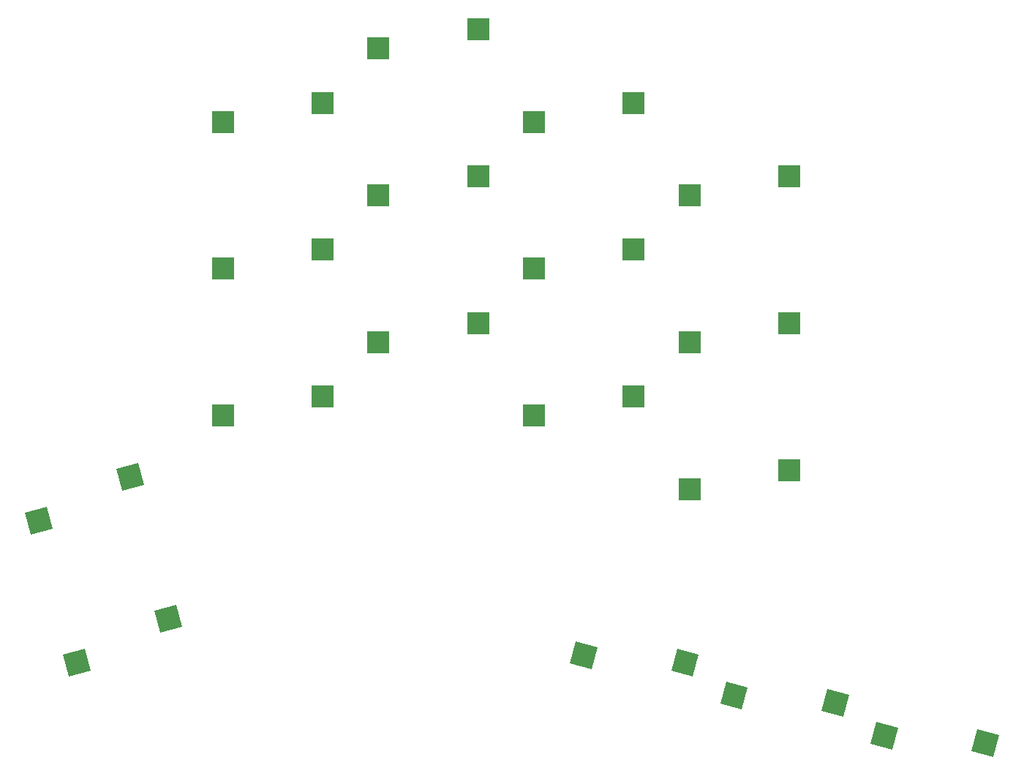
<source format=gbr>
%TF.GenerationSoftware,KiCad,Pcbnew,(5.1.9)-1*%
%TF.CreationDate,2021-04-26T16:03:13+02:00*%
%TF.ProjectId,sepia,73657069-612e-46b6-9963-61645f706362,VERSION_HERE*%
%TF.SameCoordinates,Original*%
%TF.FileFunction,Paste,Top*%
%TF.FilePolarity,Positive*%
%FSLAX46Y46*%
G04 Gerber Fmt 4.6, Leading zero omitted, Abs format (unit mm)*
G04 Created by KiCad (PCBNEW (5.1.9)-1) date 2021-04-26 16:03:13*
%MOMM*%
%LPD*%
G01*
G04 APERTURE LIST*
%ADD10C,0.150000*%
%ADD11R,2.600000X2.600000*%
G04 APERTURE END LIST*
D10*
%TO.C,S1*%
G36*
X47308949Y-96738343D02*
G01*
X46636020Y-94226936D01*
X49147427Y-93554007D01*
X49820356Y-96065414D01*
X47308949Y-96738343D01*
G37*
G36*
X36721907Y-101852740D02*
G01*
X36048978Y-99341333D01*
X38560385Y-98668404D01*
X39233314Y-101179811D01*
X36721907Y-101852740D01*
G37*
%TD*%
%TO.C,S2*%
G36*
X42909025Y-80317604D02*
G01*
X42236096Y-77806197D01*
X44747503Y-77133268D01*
X45420432Y-79644675D01*
X42909025Y-80317604D01*
G37*
G36*
X32321983Y-85432001D02*
G01*
X31649054Y-82920594D01*
X34160461Y-82247665D01*
X34833390Y-84759072D01*
X32321983Y-85432001D01*
G37*
%TD*%
D11*
%TO.C,S3*%
X66113180Y-69441713D03*
X54563180Y-71641713D03*
%TD*%
%TO.C,S4*%
X66113180Y-52441713D03*
X54563180Y-54641713D03*
%TD*%
%TO.C,S5*%
X66113180Y-35441713D03*
X54563180Y-37641713D03*
%TD*%
%TO.C,S6*%
X84113180Y-60941713D03*
X72563180Y-63141713D03*
%TD*%
%TO.C,S7*%
X84113180Y-43941713D03*
X72563180Y-46141713D03*
%TD*%
%TO.C,S8*%
X84113180Y-26941713D03*
X72563180Y-29141713D03*
%TD*%
%TO.C,S9*%
X102113180Y-69441713D03*
X90563180Y-71641713D03*
%TD*%
%TO.C,S10*%
X102113180Y-52441713D03*
X90563180Y-54641713D03*
%TD*%
%TO.C,S11*%
X102113180Y-35441713D03*
X90563180Y-37641713D03*
%TD*%
%TO.C,S12*%
X120113180Y-77941713D03*
X108563180Y-80141713D03*
%TD*%
%TO.C,S13*%
X120113180Y-60941713D03*
X108563180Y-63141713D03*
%TD*%
%TO.C,S14*%
X120113180Y-43941713D03*
X108563180Y-46141713D03*
%TD*%
D10*
%TO.C,S15*%
G36*
X106449392Y-101161326D02*
G01*
X107122321Y-98649919D01*
X109633728Y-99322848D01*
X108960799Y-101834255D01*
X106449392Y-101161326D01*
G37*
G36*
X94723547Y-100297003D02*
G01*
X95396476Y-97785596D01*
X97907883Y-98458525D01*
X97234954Y-100969932D01*
X94723547Y-100297003D01*
G37*
%TD*%
%TO.C,S16*%
G36*
X123836057Y-105820069D02*
G01*
X124508986Y-103308662D01*
X127020393Y-103981591D01*
X126347464Y-106492998D01*
X123836057Y-105820069D01*
G37*
G36*
X112110212Y-104955746D02*
G01*
X112783141Y-102444339D01*
X115294548Y-103117268D01*
X114621619Y-105628675D01*
X112110212Y-104955746D01*
G37*
%TD*%
%TO.C,S17*%
G36*
X141222722Y-110478812D02*
G01*
X141895651Y-107967405D01*
X144407058Y-108640334D01*
X143734129Y-111151741D01*
X141222722Y-110478812D01*
G37*
G36*
X129496877Y-109614489D02*
G01*
X130169806Y-107103082D01*
X132681213Y-107776011D01*
X132008284Y-110287418D01*
X129496877Y-109614489D01*
G37*
%TD*%
M02*

</source>
